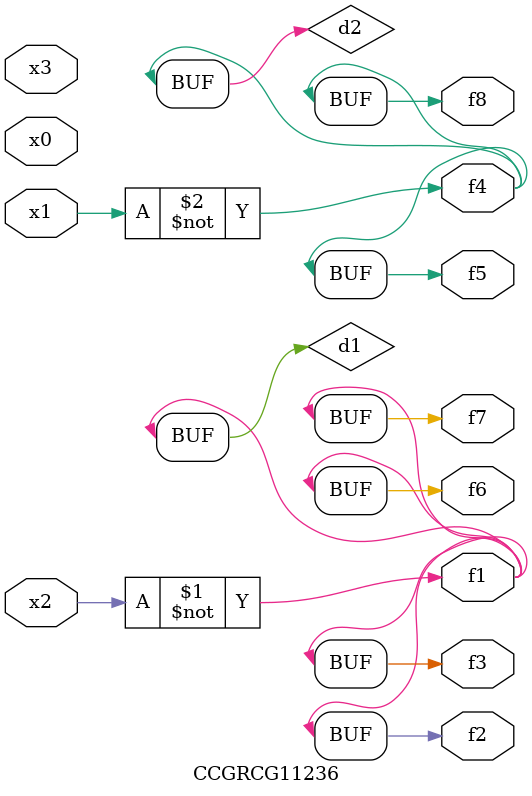
<source format=v>
module CCGRCG11236(
	input x0, x1, x2, x3,
	output f1, f2, f3, f4, f5, f6, f7, f8
);

	wire d1, d2;

	xnor (d1, x2);
	not (d2, x1);
	assign f1 = d1;
	assign f2 = d1;
	assign f3 = d1;
	assign f4 = d2;
	assign f5 = d2;
	assign f6 = d1;
	assign f7 = d1;
	assign f8 = d2;
endmodule

</source>
